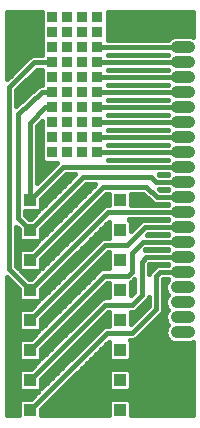
<source format=gtl>
G75*
%MOIN*%
%OFA0B0*%
%FSLAX25Y25*%
%IPPOS*%
%LPD*%
%AMOC8*
5,1,8,0,0,1.08239X$1,22.5*
%
%ADD10R,0.04362X0.04362*%
%ADD11R,0.03772X0.03772*%
%ADD12C,0.04165*%
%ADD13C,0.01600*%
D10*
X0015776Y0010776D03*
X0015776Y0020776D03*
X0015776Y0030776D03*
X0015776Y0040776D03*
X0015776Y0050776D03*
X0015776Y0060776D03*
X0015776Y0070776D03*
X0015776Y0080776D03*
X0045776Y0080776D03*
X0045776Y0070776D03*
X0045776Y0060776D03*
X0045776Y0050776D03*
X0045776Y0040776D03*
X0045776Y0030776D03*
X0045776Y0020776D03*
X0045776Y0010776D03*
D11*
X0038276Y0096643D03*
X0038276Y0101643D03*
X0038276Y0106643D03*
X0038276Y0111643D03*
X0038276Y0116643D03*
X0038276Y0121643D03*
X0038276Y0126643D03*
X0038276Y0131643D03*
X0038276Y0136643D03*
X0038276Y0141643D03*
X0033276Y0141643D03*
X0033276Y0136643D03*
X0033276Y0131643D03*
X0033276Y0126643D03*
X0033276Y0121643D03*
X0033276Y0116643D03*
X0033276Y0111643D03*
X0033276Y0106643D03*
X0033276Y0101643D03*
X0033276Y0096643D03*
X0028276Y0096643D03*
X0028276Y0101643D03*
X0028276Y0106643D03*
X0028276Y0111643D03*
X0028276Y0116643D03*
X0028276Y0121643D03*
X0028276Y0126643D03*
X0028276Y0131643D03*
X0028276Y0136643D03*
X0028276Y0141643D03*
X0023276Y0141643D03*
X0023276Y0136643D03*
X0023276Y0131643D03*
X0023276Y0126643D03*
X0023276Y0121643D03*
X0023276Y0116643D03*
X0023276Y0111643D03*
X0023276Y0106643D03*
X0023276Y0101643D03*
X0023276Y0096643D03*
D12*
X0064639Y0096682D02*
X0068804Y0096682D01*
X0068804Y0101682D02*
X0064639Y0101682D01*
X0064639Y0106682D02*
X0068804Y0106682D01*
X0068804Y0111682D02*
X0064639Y0111682D01*
X0064639Y0116682D02*
X0068804Y0116682D01*
X0068804Y0121682D02*
X0064639Y0121682D01*
X0064639Y0126682D02*
X0068804Y0126682D01*
X0068804Y0131682D02*
X0064639Y0131682D01*
X0064639Y0091682D02*
X0068804Y0091682D01*
X0068804Y0086682D02*
X0064639Y0086682D01*
X0064639Y0081682D02*
X0068804Y0081682D01*
X0068804Y0076682D02*
X0064639Y0076682D01*
X0064639Y0071682D02*
X0068804Y0071682D01*
X0068804Y0066682D02*
X0064639Y0066682D01*
X0064639Y0061682D02*
X0068804Y0061682D01*
X0068804Y0056682D02*
X0064639Y0056682D01*
X0064639Y0051682D02*
X0068804Y0051682D01*
X0068804Y0046682D02*
X0064639Y0046682D01*
X0064639Y0041682D02*
X0068804Y0041682D01*
X0068804Y0036682D02*
X0064639Y0036682D01*
D13*
X0008187Y0054971D02*
X0008187Y0008975D01*
X0011995Y0008975D01*
X0011995Y0013620D01*
X0012933Y0014557D01*
X0016163Y0014557D01*
X0018601Y0016995D01*
X0012933Y0016995D01*
X0011995Y0017933D01*
X0011995Y0023620D01*
X0012933Y0024557D01*
X0016163Y0024557D01*
X0018601Y0026995D01*
X0012933Y0026995D01*
X0011995Y0027933D01*
X0011995Y0033620D01*
X0012933Y0034557D01*
X0016163Y0034557D01*
X0018601Y0036995D01*
X0012933Y0036995D01*
X0011995Y0037933D01*
X0011995Y0043620D01*
X0012933Y0044557D01*
X0016163Y0044557D01*
X0018601Y0046995D01*
X0012933Y0046995D01*
X0011995Y0047933D01*
X0011995Y0051163D01*
X0008187Y0054971D01*
X0008187Y0053464D02*
X0009695Y0053464D01*
X0008187Y0051865D02*
X0011293Y0051865D01*
X0011995Y0050267D02*
X0008187Y0050267D01*
X0008187Y0048668D02*
X0011995Y0048668D01*
X0012858Y0047070D02*
X0008187Y0047070D01*
X0008187Y0045471D02*
X0017077Y0045471D01*
X0019557Y0047952D02*
X0019557Y0051163D01*
X0041995Y0073601D01*
X0041995Y0068216D01*
X0040338Y0068216D01*
X0039456Y0067850D01*
X0019557Y0047952D01*
X0019557Y0048668D02*
X0020274Y0048668D01*
X0019557Y0050267D02*
X0021873Y0050267D01*
X0023471Y0051865D02*
X0020259Y0051865D01*
X0021858Y0053464D02*
X0025070Y0053464D01*
X0026668Y0055062D02*
X0023456Y0055062D01*
X0025055Y0056661D02*
X0028267Y0056661D01*
X0029865Y0058259D02*
X0026654Y0058259D01*
X0028252Y0059858D02*
X0031464Y0059858D01*
X0033062Y0061456D02*
X0029851Y0061456D01*
X0031449Y0063055D02*
X0034661Y0063055D01*
X0036259Y0064653D02*
X0033048Y0064653D01*
X0034646Y0066252D02*
X0037858Y0066252D01*
X0039457Y0067850D02*
X0036245Y0067850D01*
X0037843Y0069449D02*
X0041995Y0069449D01*
X0041995Y0071048D02*
X0039442Y0071048D01*
X0041040Y0072646D02*
X0041995Y0072646D01*
X0041682Y0076682D02*
X0015776Y0050776D01*
X0008887Y0057666D01*
X0008887Y0118335D01*
X0017194Y0126643D01*
X0023276Y0126643D01*
X0019791Y0129043D02*
X0016716Y0129043D01*
X0015834Y0128677D01*
X0008187Y0121030D01*
X0008187Y0143444D01*
X0019791Y0143444D01*
X0019791Y0129043D01*
X0019791Y0130192D02*
X0008187Y0130192D01*
X0008187Y0128594D02*
X0015751Y0128594D01*
X0014152Y0126995D02*
X0008187Y0126995D01*
X0008187Y0125397D02*
X0012554Y0125397D01*
X0010955Y0123798D02*
X0008187Y0123798D01*
X0008187Y0122200D02*
X0009357Y0122200D01*
X0012948Y0119003D02*
X0019219Y0119003D01*
X0019315Y0119043D02*
X0018930Y0118883D01*
X0018538Y0118743D01*
X0018491Y0118701D01*
X0018433Y0118677D01*
X0018138Y0118383D01*
X0011287Y0112193D01*
X0011287Y0117341D01*
X0018188Y0124243D01*
X0019791Y0124243D01*
X0019791Y0119046D01*
X0019437Y0119064D01*
X0019378Y0119043D01*
X0019315Y0119043D01*
X0019791Y0120601D02*
X0014547Y0120601D01*
X0016145Y0122200D02*
X0019791Y0122200D01*
X0019791Y0123798D02*
X0017744Y0123798D01*
X0017055Y0117404D02*
X0011350Y0117404D01*
X0011287Y0115806D02*
X0015286Y0115806D01*
X0013516Y0114207D02*
X0011287Y0114207D01*
X0011287Y0112609D02*
X0011747Y0112609D01*
X0011643Y0109280D02*
X0011643Y0074910D01*
X0015776Y0070776D01*
X0033414Y0088414D01*
X0056131Y0088414D01*
X0057863Y0086682D01*
X0066721Y0086682D01*
X0066721Y0091682D02*
X0026682Y0091682D01*
X0015776Y0080776D01*
X0015698Y0080855D01*
X0015698Y0106485D01*
X0020855Y0111643D01*
X0023276Y0111643D01*
X0023276Y0116643D02*
X0019792Y0116643D01*
X0011643Y0109280D01*
X0018098Y0105491D02*
X0019791Y0107184D01*
X0019791Y0104191D01*
X0019791Y0094094D01*
X0020728Y0093157D01*
X0024763Y0093157D01*
X0018098Y0086492D01*
X0018098Y0105491D01*
X0018098Y0104616D02*
X0019791Y0104616D01*
X0019791Y0103018D02*
X0018098Y0103018D01*
X0018098Y0101419D02*
X0019791Y0101419D01*
X0019791Y0099821D02*
X0018098Y0099821D01*
X0018098Y0098222D02*
X0019791Y0098222D01*
X0019791Y0096624D02*
X0018098Y0096624D01*
X0018098Y0095025D02*
X0019791Y0095025D01*
X0020458Y0093427D02*
X0018098Y0093427D01*
X0018098Y0091828D02*
X0023434Y0091828D01*
X0021836Y0090230D02*
X0018098Y0090230D01*
X0018098Y0088631D02*
X0020237Y0088631D01*
X0018639Y0087033D02*
X0018098Y0087033D01*
X0020631Y0082237D02*
X0023843Y0082237D01*
X0022244Y0080639D02*
X0019557Y0080639D01*
X0019557Y0081163D02*
X0027676Y0089282D01*
X0030888Y0089282D01*
X0019557Y0077952D01*
X0019557Y0081163D01*
X0019557Y0079040D02*
X0020646Y0079040D01*
X0018601Y0076995D02*
X0014043Y0076995D01*
X0014043Y0075904D01*
X0015389Y0074557D01*
X0016163Y0074557D01*
X0018601Y0076995D01*
X0017449Y0075843D02*
X0014104Y0075843D01*
X0011287Y0071872D02*
X0011995Y0071163D01*
X0011995Y0067933D01*
X0012933Y0066995D01*
X0018601Y0066995D01*
X0016163Y0064557D01*
X0012933Y0064557D01*
X0011995Y0063620D01*
X0011995Y0057952D01*
X0011287Y0058660D01*
X0011287Y0071872D01*
X0011287Y0071048D02*
X0011995Y0071048D01*
X0011995Y0069449D02*
X0011287Y0069449D01*
X0011287Y0067850D02*
X0012077Y0067850D01*
X0011287Y0066252D02*
X0017858Y0066252D01*
X0019557Y0067952D02*
X0019557Y0071163D01*
X0034408Y0086014D01*
X0037620Y0086014D01*
X0019557Y0067952D01*
X0019557Y0069449D02*
X0021055Y0069449D01*
X0019557Y0071048D02*
X0022653Y0071048D01*
X0024252Y0072646D02*
X0021040Y0072646D01*
X0022639Y0074245D02*
X0025850Y0074245D01*
X0027449Y0075843D02*
X0024237Y0075843D01*
X0025836Y0077442D02*
X0029047Y0077442D01*
X0030646Y0079040D02*
X0027434Y0079040D01*
X0029033Y0080639D02*
X0032244Y0080639D01*
X0033843Y0082237D02*
X0030631Y0082237D01*
X0032230Y0083836D02*
X0035441Y0083836D01*
X0037040Y0085434D02*
X0033828Y0085434D01*
X0030237Y0088631D02*
X0027025Y0088631D01*
X0025427Y0087033D02*
X0028639Y0087033D01*
X0027040Y0085434D02*
X0023828Y0085434D01*
X0022230Y0083836D02*
X0025441Y0083836D01*
X0031040Y0072646D02*
X0034252Y0072646D01*
X0035850Y0074245D02*
X0032639Y0074245D01*
X0034237Y0075843D02*
X0037449Y0075843D01*
X0039047Y0077442D02*
X0035836Y0077442D01*
X0037434Y0079040D02*
X0041104Y0079040D01*
X0041204Y0079082D02*
X0040322Y0078716D01*
X0019557Y0057952D01*
X0019557Y0061163D01*
X0041259Y0082865D01*
X0041995Y0082865D01*
X0041995Y0079082D01*
X0041204Y0079082D01*
X0041995Y0080639D02*
X0039033Y0080639D01*
X0040631Y0082237D02*
X0041995Y0082237D01*
X0040265Y0085265D02*
X0015776Y0060776D01*
X0016259Y0064653D02*
X0011287Y0064653D01*
X0011287Y0063055D02*
X0011995Y0063055D01*
X0011995Y0061456D02*
X0011287Y0061456D01*
X0011287Y0059858D02*
X0011995Y0059858D01*
X0011995Y0058259D02*
X0011687Y0058259D01*
X0012952Y0056995D02*
X0018601Y0056995D01*
X0016163Y0054557D01*
X0015389Y0054557D01*
X0012952Y0056995D01*
X0013286Y0056661D02*
X0018267Y0056661D01*
X0019557Y0058259D02*
X0019865Y0058259D01*
X0019557Y0059858D02*
X0021464Y0059858D01*
X0023062Y0061456D02*
X0019851Y0061456D01*
X0021449Y0063055D02*
X0024661Y0063055D01*
X0026259Y0064653D02*
X0023048Y0064653D01*
X0024646Y0066252D02*
X0027858Y0066252D01*
X0029456Y0067850D02*
X0026245Y0067850D01*
X0027843Y0069449D02*
X0031055Y0069449D01*
X0032653Y0071048D02*
X0029442Y0071048D01*
X0036654Y0058259D02*
X0041995Y0058259D01*
X0041995Y0057980D02*
X0040102Y0057980D01*
X0039220Y0057614D01*
X0019557Y0037952D01*
X0019557Y0041163D01*
X0041810Y0063416D01*
X0041995Y0063416D01*
X0041995Y0057980D01*
X0041995Y0059858D02*
X0038252Y0059858D01*
X0039851Y0061456D02*
X0041995Y0061456D01*
X0041995Y0063055D02*
X0041449Y0063055D01*
X0040816Y0065816D02*
X0015776Y0040776D01*
X0012449Y0037479D02*
X0008187Y0037479D01*
X0008187Y0039077D02*
X0011995Y0039077D01*
X0011995Y0040676D02*
X0008187Y0040676D01*
X0008187Y0042274D02*
X0011995Y0042274D01*
X0012248Y0043873D02*
X0008187Y0043873D01*
X0008187Y0035880D02*
X0017486Y0035880D01*
X0019557Y0039077D02*
X0020683Y0039077D01*
X0019557Y0040676D02*
X0022282Y0040676D01*
X0023880Y0042274D02*
X0020668Y0042274D01*
X0022267Y0043873D02*
X0025479Y0043873D01*
X0027077Y0045471D02*
X0023865Y0045471D01*
X0025464Y0047070D02*
X0028676Y0047070D01*
X0030274Y0048668D02*
X0027062Y0048668D01*
X0028661Y0050267D02*
X0031873Y0050267D01*
X0033471Y0051865D02*
X0030259Y0051865D01*
X0031858Y0053464D02*
X0035070Y0053464D01*
X0036668Y0055062D02*
X0033456Y0055062D01*
X0035055Y0056661D02*
X0038267Y0056661D01*
X0040580Y0055580D02*
X0015776Y0030776D01*
X0017895Y0026289D02*
X0008187Y0026289D01*
X0008187Y0024691D02*
X0016297Y0024691D01*
X0015776Y0020776D02*
X0040894Y0045894D01*
X0049831Y0045894D01*
X0052981Y0049044D01*
X0052981Y0060068D01*
X0054595Y0061682D01*
X0066721Y0061682D01*
X0066721Y0056682D02*
X0059044Y0056682D01*
X0057706Y0055343D01*
X0057706Y0044320D01*
X0049831Y0036446D01*
X0041446Y0036446D01*
X0015776Y0010776D01*
X0016706Y0015100D02*
X0008187Y0015100D01*
X0008187Y0016698D02*
X0018304Y0016698D01*
X0019557Y0017952D02*
X0019557Y0021163D01*
X0041889Y0043494D01*
X0041995Y0043494D01*
X0041995Y0038846D01*
X0040968Y0038846D01*
X0040086Y0038480D01*
X0019557Y0017952D01*
X0019557Y0018297D02*
X0019903Y0018297D01*
X0019557Y0019895D02*
X0021501Y0019895D01*
X0023100Y0021494D02*
X0019888Y0021494D01*
X0021486Y0023092D02*
X0024698Y0023092D01*
X0026297Y0024691D02*
X0023085Y0024691D01*
X0024683Y0026289D02*
X0027895Y0026289D01*
X0029494Y0027888D02*
X0026282Y0027888D01*
X0027880Y0029486D02*
X0031092Y0029486D01*
X0032691Y0031085D02*
X0029479Y0031085D01*
X0031077Y0032683D02*
X0034289Y0032683D01*
X0035888Y0034282D02*
X0032676Y0034282D01*
X0034274Y0035880D02*
X0037486Y0035880D01*
X0039085Y0037479D02*
X0035873Y0037479D01*
X0037471Y0039077D02*
X0041995Y0039077D01*
X0041995Y0040676D02*
X0039070Y0040676D01*
X0040668Y0042274D02*
X0041995Y0042274D01*
X0041995Y0048294D02*
X0040417Y0048294D01*
X0039535Y0047929D01*
X0019557Y0027952D01*
X0019557Y0031163D01*
X0041574Y0053180D01*
X0041995Y0053180D01*
X0041995Y0048294D01*
X0041995Y0048668D02*
X0037062Y0048668D01*
X0035464Y0047070D02*
X0038676Y0047070D01*
X0037077Y0045471D02*
X0033865Y0045471D01*
X0032267Y0043873D02*
X0035479Y0043873D01*
X0033880Y0042274D02*
X0030668Y0042274D01*
X0029070Y0040676D02*
X0032282Y0040676D01*
X0030683Y0039077D02*
X0027471Y0039077D01*
X0025873Y0037479D02*
X0029085Y0037479D01*
X0027486Y0035880D02*
X0024274Y0035880D01*
X0022676Y0034282D02*
X0025888Y0034282D01*
X0024289Y0032683D02*
X0021077Y0032683D01*
X0019557Y0031085D02*
X0022691Y0031085D01*
X0021092Y0029486D02*
X0019557Y0029486D01*
X0025092Y0016698D02*
X0070216Y0016698D01*
X0070216Y0015100D02*
X0023494Y0015100D01*
X0021895Y0013501D02*
X0041995Y0013501D01*
X0041995Y0013620D02*
X0041995Y0008975D01*
X0019557Y0008975D01*
X0019557Y0011163D01*
X0041995Y0033601D01*
X0041995Y0027933D01*
X0042933Y0026995D01*
X0048620Y0026995D01*
X0049557Y0027933D01*
X0049557Y0033620D01*
X0049132Y0034046D01*
X0050309Y0034046D01*
X0051191Y0034411D01*
X0051866Y0035086D01*
X0059740Y0042960D01*
X0060105Y0043842D01*
X0060105Y0054282D01*
X0061830Y0054282D01*
X0061930Y0054182D01*
X0061517Y0053768D01*
X0060956Y0052414D01*
X0060956Y0050949D01*
X0061517Y0049596D01*
X0061930Y0049182D01*
X0061517Y0048768D01*
X0060956Y0047414D01*
X0060956Y0045949D01*
X0061517Y0044596D01*
X0061930Y0044182D01*
X0061517Y0043768D01*
X0060956Y0042414D01*
X0060956Y0040949D01*
X0061517Y0039596D01*
X0061930Y0039182D01*
X0061517Y0038768D01*
X0060956Y0037414D01*
X0060956Y0035949D01*
X0061517Y0034596D01*
X0062553Y0033560D01*
X0063906Y0032999D01*
X0069536Y0032999D01*
X0070216Y0033281D01*
X0070216Y0008975D01*
X0049557Y0008975D01*
X0049557Y0013620D01*
X0048620Y0014557D01*
X0042933Y0014557D01*
X0041995Y0013620D01*
X0041995Y0011903D02*
X0020297Y0011903D01*
X0019557Y0010304D02*
X0041995Y0010304D01*
X0042933Y0016995D02*
X0041995Y0017933D01*
X0041995Y0023620D01*
X0042933Y0024557D01*
X0048620Y0024557D01*
X0049557Y0023620D01*
X0049557Y0017933D01*
X0048620Y0016995D01*
X0042933Y0016995D01*
X0041995Y0018297D02*
X0026691Y0018297D01*
X0028289Y0019895D02*
X0041995Y0019895D01*
X0041995Y0021494D02*
X0029888Y0021494D01*
X0031486Y0023092D02*
X0041995Y0023092D01*
X0042040Y0027888D02*
X0036282Y0027888D01*
X0037880Y0029486D02*
X0041995Y0029486D01*
X0041995Y0031085D02*
X0039479Y0031085D01*
X0041077Y0032683D02*
X0041995Y0032683D01*
X0049557Y0032683D02*
X0070216Y0032683D01*
X0070216Y0031085D02*
X0049557Y0031085D01*
X0049557Y0029486D02*
X0070216Y0029486D01*
X0070216Y0027888D02*
X0049513Y0027888D01*
X0049557Y0023092D02*
X0070216Y0023092D01*
X0070216Y0021494D02*
X0049557Y0021494D01*
X0049557Y0019895D02*
X0070216Y0019895D01*
X0070216Y0018297D02*
X0049557Y0018297D01*
X0049557Y0013501D02*
X0070216Y0013501D01*
X0070216Y0011903D02*
X0049557Y0011903D01*
X0049557Y0010304D02*
X0070216Y0010304D01*
X0070216Y0024691D02*
X0033085Y0024691D01*
X0034683Y0026289D02*
X0070216Y0026289D01*
X0061831Y0034282D02*
X0050879Y0034282D01*
X0052660Y0035880D02*
X0060985Y0035880D01*
X0060983Y0037479D02*
X0054259Y0037479D01*
X0055857Y0039077D02*
X0061826Y0039077D01*
X0061069Y0040676D02*
X0057456Y0040676D01*
X0059054Y0042274D02*
X0060956Y0042274D01*
X0061621Y0043873D02*
X0060105Y0043873D01*
X0060105Y0045471D02*
X0061154Y0045471D01*
X0060956Y0047070D02*
X0060105Y0047070D01*
X0060105Y0048668D02*
X0061475Y0048668D01*
X0061239Y0050267D02*
X0060105Y0050267D01*
X0060105Y0051865D02*
X0060956Y0051865D01*
X0061391Y0053464D02*
X0060105Y0053464D01*
X0056346Y0057378D02*
X0057685Y0058716D01*
X0058567Y0059082D01*
X0061830Y0059082D01*
X0061930Y0059182D01*
X0061830Y0059282D01*
X0055589Y0059282D01*
X0055381Y0059074D01*
X0055381Y0056003D01*
X0055671Y0056703D01*
X0056346Y0057378D01*
X0055654Y0056661D02*
X0055381Y0056661D01*
X0055381Y0058259D02*
X0057228Y0058259D01*
X0054118Y0064082D02*
X0054071Y0064062D01*
X0054290Y0064282D01*
X0061830Y0064282D01*
X0061930Y0064182D01*
X0061830Y0064082D01*
X0054118Y0064082D01*
X0053296Y0066682D02*
X0049831Y0063217D01*
X0049831Y0056918D01*
X0048493Y0055580D01*
X0040580Y0055580D01*
X0040259Y0051865D02*
X0041995Y0051865D01*
X0041995Y0050267D02*
X0038661Y0050267D01*
X0040816Y0065816D02*
X0048178Y0065816D01*
X0054044Y0071682D01*
X0066721Y0071682D01*
X0066721Y0076682D02*
X0041682Y0076682D01*
X0040265Y0085265D02*
X0054556Y0085265D01*
X0058139Y0081682D01*
X0066721Y0081682D01*
X0061930Y0084182D02*
X0061830Y0084282D01*
X0058933Y0084282D01*
X0059133Y0084082D01*
X0061830Y0084082D01*
X0061930Y0084182D01*
X0061830Y0079282D02*
X0061930Y0079182D01*
X0061830Y0079082D01*
X0049557Y0079082D01*
X0049557Y0082865D01*
X0053562Y0082865D01*
X0056104Y0080322D01*
X0056779Y0079647D01*
X0057661Y0079282D01*
X0061830Y0079282D01*
X0061830Y0074282D02*
X0061930Y0074182D01*
X0061830Y0074082D01*
X0053567Y0074082D01*
X0052685Y0073716D01*
X0049557Y0070589D01*
X0049557Y0073620D01*
X0048896Y0074282D01*
X0061830Y0074282D01*
X0061868Y0074245D02*
X0048933Y0074245D01*
X0049557Y0072646D02*
X0051614Y0072646D01*
X0050016Y0071048D02*
X0049557Y0071048D01*
X0053296Y0066682D02*
X0066721Y0066682D01*
X0061930Y0069182D02*
X0061830Y0069082D01*
X0054838Y0069082D01*
X0055038Y0069282D01*
X0061830Y0069282D01*
X0061930Y0069182D01*
X0056104Y0080322D02*
X0056104Y0080322D01*
X0055788Y0080639D02*
X0049557Y0080639D01*
X0049557Y0082237D02*
X0054189Y0082237D01*
X0058857Y0089082D02*
X0058657Y0089282D01*
X0061830Y0089282D01*
X0061930Y0089182D01*
X0061830Y0089082D01*
X0058857Y0089082D01*
X0061830Y0094082D02*
X0041750Y0094082D01*
X0041762Y0094094D01*
X0041762Y0094243D01*
X0061870Y0094243D01*
X0061930Y0094182D01*
X0061830Y0094082D01*
X0061791Y0099043D02*
X0041762Y0099043D01*
X0041762Y0099191D01*
X0041762Y0099243D01*
X0061870Y0099243D01*
X0061930Y0099182D01*
X0061791Y0099043D01*
X0061791Y0104043D02*
X0041762Y0104043D01*
X0041762Y0104191D01*
X0041762Y0104243D01*
X0061870Y0104243D01*
X0061930Y0104182D01*
X0061791Y0104043D01*
X0065107Y0101643D02*
X0066721Y0101682D01*
X0065107Y0101643D02*
X0038276Y0101643D01*
X0038276Y0106643D02*
X0065107Y0106643D01*
X0066721Y0106682D01*
X0066721Y0111682D02*
X0065107Y0111643D01*
X0038276Y0111643D01*
X0038276Y0116643D02*
X0065107Y0116643D01*
X0066721Y0116682D01*
X0066721Y0121682D02*
X0065107Y0121643D01*
X0038276Y0121643D01*
X0038276Y0126643D02*
X0065107Y0126643D01*
X0066721Y0126682D01*
X0066721Y0131682D02*
X0065107Y0131643D01*
X0038276Y0131643D01*
X0041762Y0134043D02*
X0041762Y0134191D01*
X0041762Y0143444D01*
X0070216Y0143444D01*
X0070216Y0135083D01*
X0069536Y0135365D01*
X0063906Y0135365D01*
X0062553Y0134804D01*
X0061791Y0134043D01*
X0041762Y0134043D01*
X0041762Y0134988D02*
X0062997Y0134988D01*
X0061870Y0129243D02*
X0061930Y0129182D01*
X0061791Y0129043D01*
X0041762Y0129043D01*
X0041762Y0129191D01*
X0041762Y0129243D01*
X0061870Y0129243D01*
X0061870Y0124243D02*
X0061930Y0124182D01*
X0061791Y0124043D01*
X0041762Y0124043D01*
X0041762Y0124191D01*
X0041762Y0124243D01*
X0061870Y0124243D01*
X0061870Y0119243D02*
X0061930Y0119182D01*
X0061791Y0119043D01*
X0041762Y0119043D01*
X0041762Y0119191D01*
X0041762Y0119243D01*
X0061870Y0119243D01*
X0061870Y0114243D02*
X0061930Y0114182D01*
X0061791Y0114043D01*
X0041762Y0114043D01*
X0041762Y0114191D01*
X0041762Y0114243D01*
X0061870Y0114243D01*
X0061905Y0114207D02*
X0041762Y0114207D01*
X0041762Y0109243D02*
X0061870Y0109243D01*
X0061930Y0109182D01*
X0061791Y0109043D01*
X0041762Y0109043D01*
X0041762Y0109191D01*
X0041762Y0109243D01*
X0038276Y0096643D02*
X0065107Y0096643D01*
X0066721Y0096682D01*
X0070216Y0136586D02*
X0041762Y0136586D01*
X0041762Y0138185D02*
X0070216Y0138185D01*
X0070216Y0139783D02*
X0041762Y0139783D01*
X0041762Y0141382D02*
X0070216Y0141382D01*
X0070216Y0142981D02*
X0041762Y0142981D01*
X0019791Y0142981D02*
X0008187Y0142981D01*
X0008187Y0141382D02*
X0019791Y0141382D01*
X0019791Y0139783D02*
X0008187Y0139783D01*
X0008187Y0138185D02*
X0019791Y0138185D01*
X0019791Y0136586D02*
X0008187Y0136586D01*
X0008187Y0134988D02*
X0019791Y0134988D01*
X0019791Y0133389D02*
X0008187Y0133389D01*
X0008187Y0131791D02*
X0019791Y0131791D01*
X0019791Y0106215D02*
X0018821Y0106215D01*
X0016668Y0055062D02*
X0014884Y0055062D01*
X0012657Y0034282D02*
X0008187Y0034282D01*
X0008187Y0032683D02*
X0011995Y0032683D01*
X0011995Y0031085D02*
X0008187Y0031085D01*
X0008187Y0029486D02*
X0011995Y0029486D01*
X0012040Y0027888D02*
X0008187Y0027888D01*
X0008187Y0023092D02*
X0011995Y0023092D01*
X0011995Y0021494D02*
X0008187Y0021494D01*
X0008187Y0019895D02*
X0011995Y0019895D01*
X0011995Y0018297D02*
X0008187Y0018297D01*
X0008187Y0013501D02*
X0011995Y0013501D01*
X0011995Y0011903D02*
X0008187Y0011903D01*
X0008187Y0010304D02*
X0011995Y0010304D01*
X0049557Y0039566D02*
X0049557Y0043494D01*
X0050309Y0043494D01*
X0051191Y0043860D01*
X0051866Y0044535D01*
X0055016Y0047685D01*
X0055306Y0048384D01*
X0055306Y0045314D01*
X0049557Y0039566D01*
X0049557Y0040676D02*
X0050668Y0040676D01*
X0049557Y0042274D02*
X0052266Y0042274D01*
X0051204Y0043873D02*
X0053865Y0043873D01*
X0052802Y0045471D02*
X0055306Y0045471D01*
X0055306Y0047070D02*
X0054401Y0047070D01*
X0050581Y0050038D02*
X0050581Y0054274D01*
X0050528Y0054220D01*
X0049852Y0053545D01*
X0049557Y0053423D01*
X0049557Y0049015D01*
X0050581Y0050038D01*
X0050581Y0050267D02*
X0049557Y0050267D01*
X0049557Y0051865D02*
X0050581Y0051865D01*
X0050581Y0053464D02*
X0049657Y0053464D01*
M02*

</source>
